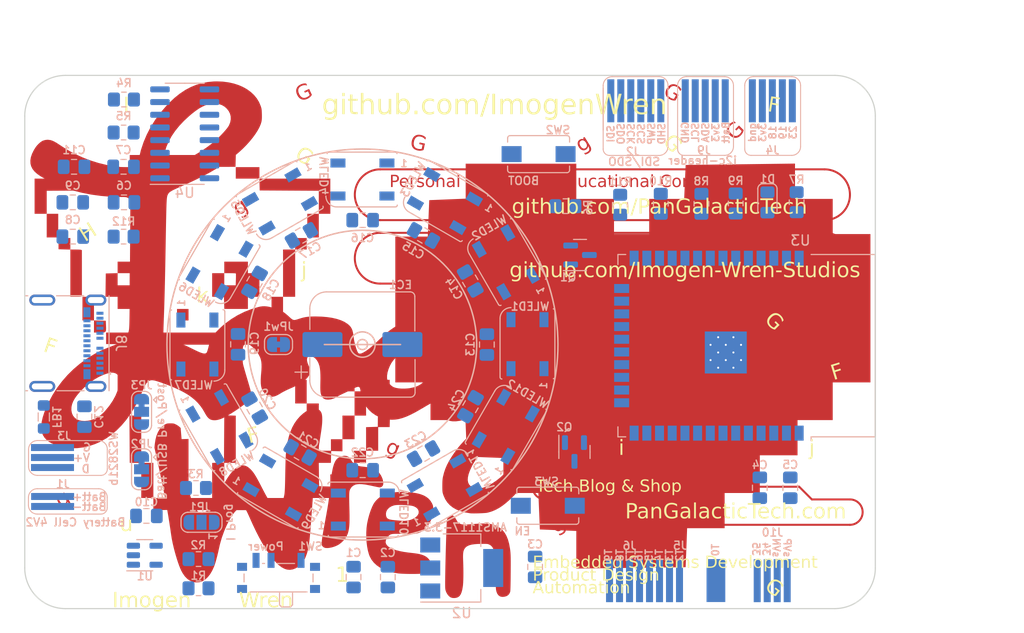
<source format=kicad_pcb>
(kicad_pcb (version 20221018) (generator pcbnew)
  (layers (0 "F.Cu" signal) (31 "B.Cu" signal) (34 "B.Paste" user) (35 "F.Paste" user) (36 "B.SilkS" user "B.Silkscreen") (37 "F.SilkS" user "F.Silkscreen") (38 "B.Mask" user) (39 "F.Mask" user) (44 "Edge.Cuts" user))
  (net 0 "")
  (net 1 "GNDPWR")
  (net 2 "/BATTERY_POWER_BUS")
  (net 3 "GND")
  (net 4 "/ESP32/3V3_BUS")
  (net 5 "/ESP32/USB ESP32 CH340 Interface /ESP_EN")
  (net 6 "/ESP32/MCU_5V_BUS")
  (net 7 "Net-(U4-V3)")
  (net 8 "Net-(C8-Pad1)")
  (net 9 "/USB/D+")
  (net 10 "/USB_POWER")
  (net 11 "/USB/D-")
  (net 12 "/WS2812b LEDs/5V_IN")
  (net 13 "Net-(D1-K)")
  (net 14 "23")
  (net 15 "Net-(U3-SDI{slash}SD1)")
  (net 16 "Net-(U3-SDO{slash}SD0)")
  (net 17 "Net-(U3-SCK{slash}CLK)")
  (net 18 "Net-(U3-SCS{slash}CMD)")
  (net 19 "Net-(U3-SWP{slash}SD3)")
  (net 20 "Net-(U3-SHD{slash}SD2)")
  (net 21 "Net-(U3-GPIO4(T0))")
  (net 22 "Net-(U3-GPIO2(T2))")
  (net 23 "Net-(U3-GPIO15(T3))")
  (net 24 "Net-(U3-GPIO13(T4))")
  (net 25 "Net-(U3-GPIO12(T5))")
  (net 26 "Net-(U3-GPIO14(T6))")
  (net 27 "Net-(U3-GPIO27(T7))")
  (net 28 "Net-(U3-GPIO33(T8))")
  (net 29 "Net-(U3-GPIO32(T9))")
  (net 32 "Net-(J8-CC1)")
  (net 42 "Net-(JP1-A)")
  (net 43 "Net-(JP1-B)")
  (net 44 "/BATTERY_POWER")
  (net 45 "/WS2812b LEDs/DATA_IN")
  (net 46 "/WS2812b LEDs/DATA_OUT")
  (net 47 "Net-(Q1-B)")
  (net 48 "Net-(Q1-E)")
  (net 49 "/ESP32/USB ESP32 CH340 Interface /ESP_IO0")
  (net 50 "Net-(Q2-B)")
  (net 51 "Net-(Q2-E)")
  (net 52 "/CHARGE_INHIBIT")
  (net 53 "/ESP32/D-")
  (net 54 "/ESP32/D+")
  (net 55 "/ESP32/LED_DATA_OUT")
  (net 56 "SCL")
  (net 57 "SDA")
  (net 58 "/CHARGE_STATUS")
  (net 59 "18")
  (net 60 "Net-(U3-SENSOR_VP)")
  (net 61 "Net-(U3-SENSOR_VN)")
  (net 62 "Net-(U3-IO34)")
  (net 65 "/ESP32/SSERIAL_TX")
  (net 66 "/ESP32/SSERIAL_RX")
  (net 67 "Net-(U3-IO35)")
  (net 68 "19")
  (net 70 "/ESP32/USB ESP32 CH340 Interface /TxD_B")
  (net 71 "/ESP32/USB ESP32 CH340 Interface /RxD_B")
  (net 79 "Net-(WLED1-DOUT)")
  (net 80 "Net-(WLED2-DOUT)")
  (net 81 "Net-(WLED3-DOUT)")
  (net 82 "Net-(WLED4-DOUT)")
  (net 83 "Net-(WLED5-DOUT)")
  (net 84 "Net-(WLED6-DOUT)")
  (net 85 "Net-(WLED7-DOUT)")
  (net 86 "Net-(WLED8-DOUT)")
  (net 87 "Net-(WLED10-DIN)")
  (net 88 "Net-(WLED10-DOUT)")
  (net 89 "Net-(WLED11-DOUT)")
  (net 90 "Net-(JP3-C)")
  (net 92 "Net-(SW1-B)")
  (footprint "MountingHole:MountingHole_3.2mm_M3" (layer "F.Cu") (at 115.502296 71.832714)
    (fp_text reference "REF**" hide)
    (fp_text value "MountingHole_3.2mm_M3" hide)
  )
  (footprint "000_Graphics_Immo:8-bit-heart-2" (layer "F.Cu") (at 172.72 96.52)
    (fp_text reference "G***" hide)
    (fp_text value "LOGO" hide)
  )
  (footprint "000_Graphics_Immo:cu_heart" (layer "F.Cu") (at 171.45 74.93)
    (fp_text reference "REF**" hide)
    (fp_text value "cu_heart" hide)
  )
  (footprint "000_Modules_Immo:CreditCard" (layer "F.Cu") (at 152.4 94.107)
    (fp_text reference "REF**" hide)
    (fp_text value "CreditCard" hide)
    (fp_line (start -40.640003 23.241003) (end -40.640003 -21.971003) (stroke (width 0.12)) (layer "Edge.Cuts"))
    (fp_line (start -36.576003 -26.035003) (end 40.386 -26.034998) (stroke (width 0.12)) (layer "Edge.Cuts"))
    (fp_line (start -36.576003 27.305003) (end 40.386002 27.305002) (stroke (width 0.12)) (layer "Edge.Cuts"))
    (fp_line (start 44.450002 23.241002) (end 44.45 -21.970998) (stroke (width 0.12)) (layer "Edge.Cuts"))
    (fp_arc (start -40.640003 -21.971003) (mid -39.449684 -24.844684) (end -36.576003 -26.035003) (stroke (width 0.12)) (layer "Edge.Cuts"))
    (fp_arc (start -36.576003 27.305003) (mid -39.449684 26.114684) (end -40.640003 23.241003) (stroke (width 0.12)) (layer "Edge.Cuts"))
    (fp_arc (start 40.386 -26.034998) (mid 43.259681 -24.84468) (end 44.45 -21.970998) (stroke (width 0.12)) (layer "Edge.Cuts"))
    (fp_arc (start 44.450002 23.241002) (mid 43.259683 26.114683) (end 40.386002 27.305002) (stroke (width 0.12)) (layer "Edge.Cuts"))
  )
  (footprint "000_Graphics_Immo:cat-one-cu" (layer "F.Cu") (at 130.81 93.98)
    (fp_text reference "G***" hide)
    (fp_text value "LOGO" hide)
  )
  (footprint "MountingHole:MountingHole_3.2mm_M3" (layer "F.Cu") (at 193.04 71.755)
    (fp_text reference "REF**" hide)
    (fp_text value "MountingHole_3.2mm_M3" hide)
  )
  (footprint "000_Graphics_Immo:ImogenWren70_Cu" (layer "F.Cu") (at 147.32 95.25)
    (fp_text reference "G***" hide)
    (fp_text value "LOGO" hide)
  )
  (footprint "MountingHole:MountingHole_3.2mm_M3" (layer "F.Cu") (at 193.04 117.475)
    (fp_text reference "REF**" hide)
    (fp_text value "MountingHole_3.2mm_M3" hide)
  )
  (footprint "MountingHole:MountingHole_3.2mm_M3" (layer "F.Cu") (at 115.57 117.475)
    (fp_text reference "REF**" hide)
    (fp_text value "MountingHole_3.2mm_M3" hide)
  )
  (footprint "Capacitor_SMD:C_0805_2012Metric_Pad1.18x1.45mm_HandSolder" (layer "B.Cu") (at 188.341 109.3255 -90)
    (fp_text reference "C5")
    (fp_text value "100n")
  )
  (footprint "000_Modules_Immo:LED_WS2812B_PLCC4_5.0x5.0mm_P3.2mm" (layer "B.Cu") (at 145.541 78.487 180)
    (fp_text reference "WLED4")
    (fp_text value "WS2812B")
  )
  (footprint "Inductor_SMD:L_0805_2012Metric_Pad1.05x1.20mm_HandSolder" (layer "B.Cu") (at 113.665 102.242 -90)
    (fp_text reference "FB1")
    (fp_text value "FerriteBead")
  )
  (footprint "000_Diodes_Immo:LED_0805_2012_Kawaii" (layer "B.Cu") (at 186.055 80.781 -90)
    (fp_text reference "D1")
    (fp_text value "Blue")
  )
  (footprint "Capacitor_SMD:C_0805_2012Metric_Pad1.18x1.45mm_HandSolder" (layer "B.Cu") (at 116.5645 80.772 180)
    (fp_text reference "C9")
    (fp_text value "47p")
  )
  (footprint "Package_SO:SOIC-16_3.9x9.9mm_P1.27mm" (layer "B.Cu") (at 127.762 73.914)
    (fp_text reference "U4")
    (fp_text value "CH340C")
  )
  (footprint "Jumper:SolderJumper-3_P1.3mm_Bridged12_RoundedPad1.0x1.5mm" (layer "B.Cu") (at 123.444 107.472 -90)
    (fp_text reference "JP2")
    (fp_text value "Batt/USB")
  )
  (footprint "Jumper:SolderJumper-3_P1.3mm_Open_RoundedPad1.0x1.5mm_NumberLabels" (layer "B.Cu") (at 129.443 112.776 180)
    (fp_text reference "JP1")
    (fp_text value "I Prog")
  )
  (footprint "000_Modules_Immo:LED_WS2812B_PLCC4_5.0x5.0mm_P3.2mm" (layer "B.Cu") (at 153.785734 80.639782 150)
    (fp_text reference "WLED3")
    (fp_text value "WS2812B")
  )
  (footprint "000-edge-connectors-immo:8-pin-edge-touch" (layer "B.Cu") (at 177.26 118.618 180)
    (fp_text reference "J6")
    (fp_text value "Touch Pins")
  )
  (footprint "Capacitor_SMD:C_0805_2012Metric_Pad1.18x1.45mm_HandSolder" (layer "B.Cu") (at 139.436499 84.08475 -150)
    (fp_text reference "C17")
    (fp_text value "100n")
  )
  (footprint "RF_Module:ESP32-WROOM-32" (layer "B.Cu") (at 180.98 95.11 90)
    (fp_text reference "U3")
    (fp_text value "ESP32-WROOM-32")
  )
  (footprint "Resistor_SMD:R_0805_2012Metric_Pad1.20x1.40mm_HandSolder" (layer "B.Cu") (at 129.143 116.459)
    (fp_text reference "R2")
    (fp_text value "10k")
  )
  (footprint "Capacitor_SMD:C_0805_2012Metric_Pad1.18x1.45mm_HandSolder" (layer "B.Cu") (at 145.5635 107.569)
    (fp_text reference "C22")
    (fp_text value "100n")
  )
  (footprint "Resistor_SMD:R_0805_2012Metric_Pad1.20x1.40mm_HandSolder" (layer "B.Cu") (at 121.65 73.787 180)
    (fp_text reference "R5")
    (fp_text value "27r")
  )
  (footprint "Capacitor_SMD:C_0805_2012Metric_Pad1.18x1.45mm_HandSolder" (layer "B.Cu") (at 156.32625 88.636499 120)
    (fp_text reference "C14")
    (fp_text value "100n")
  )
  (footprint "Resistor_SMD:R_0805_2012Metric_Pad1.20x1.40mm_HandSolder" (layer "B.Cu") (at 175.387 80.915 90)
    (fp_text reference "R10")
    (fp_text value "10k")
  )
  (footprint "Capacitor_SMD:C_0805_2012Metric_Pad1.18x1.45mm_HandSolder" (layer "B.Cu") (at 134.75775 101.355501 -60)
    (fp_text reference "C20")
    (fp_text value "100n")
  )
  (footprint "Capacitor_SMD:C_0805_2012Metric_Pad1.18x1.45mm_HandSolder" (layer "B.Cu") (at 123.9305 112.141 180)
    (fp_text reference "C10")
    (fp_text value "100n")
  )
  (footprint "Jumper:SolderJumper-2_P1.3mm_Bridged_RoundedPad1.0x1.5mm" (layer "B.Cu") (at 137.145 94.996 180)
    (fp_text reference "JPw1")
    (fp_text value "WL-power")
  )
  (footprint "000_Modules_Immo:LED_WS2812B_PLCC4_5.0x5.0mm_P3.2mm" (layer "B.Cu") (at 159.879942 86.767762 120)
    (fp_text reference "WLED2")
    (fp_text value "WS2812B")
  )
  (footprint "000_Modules_Immo:LED_WS2812B_PLCC4_5.0x5.0mm_P3.2mm" (layer "B.Cu") (at 159.879942 103.224238 60)
    (fp_text reference "WLED12")
    (fp_text value "WS2812B")
  )
  (footprint "Capacitor_SMD:C_0805_2012Metric_Pad1.18x1.45mm_HandSolder" (layer "B.Cu") (at 162.814 117.2425 90)
    (fp_text reference "C3")
    (fp_text value "100n")
  )
  (footprint "000-edge-connectors-immo:5-pin-edge-touch" (layer "B.Cu") (at 177.832 70.612)
    (fp_text reference "J9")
    (fp_text value "i2c-header")
  )
  (footprint "Capacitor_SMD:C_0805_2012Metric_Pad1.18x1.45mm_HandSolder" (layer "B.Cu") (at 148.082 118.2585 -90)
    (fp_text reference "C2")
    (fp_text value "100n")
  )
  (footprint "000-edge-connectors-immo:2-pin-edge" (layer "B.Cu") (at 114.548 111.195 90)
    (fp_text reference "J1")
    (fp_text value "Battery Cell 4V2")
  )
  (footprint "Jumper:SolderJumper-3_P1.3mm_Bridged12_RoundedPad1.0x1.5mm" (layer "B.Cu") (at 123.444 101.727 -90)
    (fp_text reference "JP3")
    (fp_text value "Pre/Post")
  )
  (footprint "Connector_USB:USB_C_Receptacle_Molex_105450-0101" (layer "B.Cu") (at 116.067 94.867 90)
    (fp_text reference "J8")
    (fp_text value "USB_C_Receptacle")
  )
  (footprint "Capacitor_SMD:C_0805_2012Metric_Pad1.18x1.45mm_HandSolder" (layer "B.Cu") (at 144.653 118.2585 -90)
    (fp_text reference "C1")
    (fp_text value "100n")
  )
  (footprint "000-edge-connectors-immo:3-pin-edge" (layer "B.Cu") (at 114.5353 107.299 90)
    (fp_text reference "J3")
    (fp_text value "WS2821b")
  )
  (footprint "Capacitor_SMD:C_0805_2012Metric_Pad1.18x1.45mm_HandSolder" (layer "B.Cu") (at 116.5645 84.201 180)
    (fp_text reference "C8")
    (fp_text value "10n")
  )
  (footprint "000_Modules_Immo:LED_WS2812B_PLCC4_5.0x5.0mm_P3.2mm" (layer "B.Cu") (at 131.239687 103.251 -60)
    (fp_text reference "WLED8")
    (fp_text value "WS2812B")
  )
  (footprint "Resistor_SMD:R_0805_2012Metric_Pad1.20x1.40mm_HandSolder" (layer "B.Cu") (at 121.65 84.201)
    (fp_text reference "R12")
    (fp_text value "5k2")
  )
  (footprint "Package_TO_SOT_SMD:SOT-223-3_TabPin2" (layer "B.Cu") (at 155.473 117.348)
    (fp_text reference "U2")
    (fp_text value "AMS1117-3.3")
  )
  (footprint "Capacitor_SMD:C_0805_2012Metric_Pad1.18x1.45mm_HandSolder" (layer "B.Cu") (at 133.096 94.9745 -90)
    (fp_text reference "C19")
    (fp_text value "100n")
  )
  (footprint "Capacitor_SMD:C_0805_2012Metric_Pad1.18x1.45mm_HandSolder" (layer "B.Cu") (at 151.647501 84.08475 150)
    (fp_text reference "C15")
    (fp_text value "100n")
  )
  (footprint "Capacitor_SMD:C_0805_2012Metric_Pad1.18x1.45mm_HandSolder" (layer "B.Cu") (at 185.293 109.3255 -90)
    (fp_text reference "C4")
    (fp_text value "100n")
  )
  (footprint "000-edge-connectors-immo:4-pin-edge" (layer "B.Cu") (at 188.03329 118.618 180)
    (fp_text reference "J10")
    (fp_text value "ESPpin1-4")
  )
  (footprint "Resistor_SMD:R_0805_2012Metric_Pad1.20x1.40mm_HandSolder" (layer "B.Cu") (at 179.451 80.915 90)
    (fp_text reference "R8")
    (fp_text value "10k")
  )
  (footprint "Capacitor_SMD:C_0805_2012Metric_Pad1.18x1.45mm_HandSolder" (layer "B.Cu") (at 139.309499 105.78025 -30)
    (fp_text reference "C21")
    (fp_text value "100n")
  )
  (footprint "000_Capacitors_Immo:CP_Elec_10x10_kawaii" (layer "B.Cu") (at 145.542 94.996)
    (fp_text reference "EC1")
    (fp_text value "1000u")
  )
  (footprint "Package_TO_SOT_SMD:SOT-23" (layer "B.Cu") (at 166.751 105.7425 -90)
    (fp_text reference "Q2")
    (fp_text value "BC817")
  )
  (footprint "000_Switches_Immo:SW_SPDT_PCM12" (layer "B.Cu") (at 137.148 118.016 180)
    (fp_text reference "SW1")
    (fp_text value "SW_SPDT_small")
  )
  (footprint "Resistor_SMD:R_0805_2012Metric_Pad1.20x1.40mm_HandSolder" (layer "B.Cu") (at 128.889 109.347 180)
    (fp_text reference "R3")
    (fp_text value "4k7")
  )
  (footprint "000_Modules_Immo:LED_WS2812B_PLCC4_5.0x5.0mm_P3.2mm" (layer "B.Cu") (at 137.292282 80.684044 -150)
    (fp_text reference "WLED5")
    (fp_text value "WS2812B")
  )
  (footprint "000_Modules_Immo:LED_WS2812B_PLCC4_5.0x5.0mm_P3.2mm" (layer "B.Cu") (at 153.771238 109.296942 30)
    (fp_text reference "WLED11")
    (fp_text value "WS2812B")
  )
  (footprint "000_Modules_Immo:LED_WS2812B_PLCC4_5.0x5.0mm_P3.2mm" (layer "B.Cu") (at 129.031 94.996 -90)
    (fp_text reference "WLED7")
    (fp_text value "WS2812B")
  )
  (footprint "000_Modules_Immo:LED_WS2812B_PLCC4_5.0x5.0mm_P3.2mm" (layer "B.Cu") (at 137.348592 109.301923 -30)
    (fp_text reference "WLED9")
    (fp_text value "WS2812B")
  )
  (footprint "Capacitor_SMD:C_0805_2012Metric_Pad1.18x1.45mm_HandSolder" (layer "B.Cu") (at 156.34775 101.209499 60)
    (fp_text reference "C24")
    (fp_text value "100n")
  )
  (footprint "Button_Switch_SMD:SW_SPST_EVQPE1" (layer "B.Cu") (at 164.084 111.125 180)
    (fp_text reference "SW3")
    (fp_text value "EN")
  )
  (footprint "Capacitor_SMD:C_0805_2012Metric_Pad1.18x1.45mm_HandSolder" (layer "B.Cu") (at 151.647501 105.90725 30)
    (fp_text reference "C23")
    (fp_text value "100n")
  )
  (footprint "000_Modules_Immo:LED_WS2812B_PLCC4_5.0x5.0mm_P3.2mm" (layer "B.Cu") (at 131.241058 86.751753 -120)
    (fp_text reference "WLED6")
    (fp_text value "WS2812B")
  )
  (footprint "Resistor_SMD:R_0805_2012Metric_Pad1.20x1.40mm_HandSolder" (layer "B.Cu") (at 129.143 119.38)
    (fp_text reference "R1")
    (fp_text value "10k")
  )
  (footprint "Button_Switch_SMD:SW_SPST_EVQPE1" (layer "B.Cu") (at 163.162 75.946 180)
    (fp_text reference "SW2")
    (fp_text value "BOOT")
  )
  (footprint "Package_TO_SOT_SMD:SOT-23" (layer "B.Cu") (at 167.3075 86.04)
    (fp_text reference "Q1")
    (fp_text value "BC817")
  )
  (footprint "000-edge-connectors-immo:5-pin-edge-touch" (layer "B.Cu") (at 184.547 70.612)
    (fp_text reference "J4")
    (fp_text value "ESP-gpio-B")
  )
  (footprint "Capacitor_SMD:C_0805_2012Metric_Pad1.18x1.45mm_HandSolder" (layer "B.Cu") (at 134.747 88.773 -120)
    (fp_text reference "C18")
    (fp_text value "100n")
  )
  (footprint "Resistor_SMD:R_0805_2012Metric_Pad1.20x1.40mm_HandSolder" (layer "B.Cu") (at 165.846 81.153)
    (fp_text reference "R6")
    (fp_text value "470r")
  )
  (footprint "Capacitor_SMD:C_0805_2012Metric_Pad1.18x1.45mm_HandSolder" (layer "B.Cu") (at 121.6875 80.772 180)
    (fp_text reference "C6")
    (fp_text value "100n")
  )
  (footprint "Capacitor_SMD:C_0805_2012Metric_Pad1.18x1.45mm_HandSolder" (layer "B.Cu") (at 157.988 94.996 90)
    (fp_text reference "C13")
    (fp_text value "100n")
  )
  (footprint "000_Modules_Immo:LED_WS2812B_PLCC4_5.0x5.0mm_P3.2mm" (layer "B.Cu") (at 162.051 94.959 90)
    (fp_text reference "WLED1")
    (fp_text value "WS2812B")
  )
  (footprint "Capacitor_SMD:C_0805_2012Metric_Pad1.18x1.45mm_HandSolder" (layer "B.Cu") (at 121.6445 77.216 180)
    (fp_text reference "C7")
    (fp_text value "100n")
  )
  (footprint "000-edge-connectors-immo:1-pin-edge-touch-xl" (layer "B.Cu") (at 181.4895 118.606 180)
    (fp_text reference "J5")
    (fp_text value "1-pin-edge-touch-XL")
  )
  (footprint "Capacitor_SMD:C_0805_2012Metric_Pad1.18x1.45mm_HandSolder" (layer "B.Cu") (at 116.6915 77.216 180)
    (fp_text reference "C11")
    (fp_text value "47p")
  )
  (footprint "Resistor_SMD:R_0805_2012Metric_Pad1.20x1.40mm_HandSolder" (layer "B.Cu") (at 188.976 80.756 -90)
    (fp_text reference "R7")
    (fp_text value "330r")
  )
  (footprint "Capacitor_SMD:C_0805_2012Metric_Pad1.18x1.45mm_HandSolder" (layer "B.Cu") (at 145.5635 82.55 180)
    (fp_text reference "C16")
    (fp_text value "100n")
  )
  (footprint "Capacitor_SMD:C_0805_2012Metric_Pad1.18x1.45mm_HandSolder" (layer "B.Cu") (at 117.729 102.2135 90)
    (fp_text reference "C12")
    (fp_text value "4n7")
  )
  (footprint "000_Modules_Immo:LED_WS2812B_PLCC4_5.0x5.0mm_P3.2mm" (layer "B.Cu") (at 145.579 111.505)
    (fp_text reference "WLED10")
    (fp_text value "WS2812B")
  )
  (footprint "Resistor_SMD:R_0805_2012Metric_Pad1.20x1.40mm_HandSolder" (layer "B.Cu") (at 171.323 81.01 -90)
    (fp_text reference "R11")
    (fp_text value "10k")
  )
  (footprint "000-edge-connectors-immo:6-pin-edge-touch" (layer "B.Cu") (at 170.387 70.612)
    (fp_text reference "J2")
    (fp_text value "SDI/SDO")
  )
  (footprint "Package_TO_SOT_SMD:SOT-23-5" (layer "B.Cu") (at 123.764 116.0725)
    (fp_text reference "U1")
    (fp_text value "MCP73831")
  )
  (footprint "Resistor_SMD:R_0805_2012Metric_Pad1.20x1.40mm_HandSolder" (layer "B.Cu") (at 121.682 70.485 180)
    (fp_text reference "R4")
    (fp_text value "27r")
  )
  (footprint "Resistor_SMD:R_0805_2012Metric_Pad1.20x1.40mm_HandSolder" (layer "B.Cu") (at 182.88 80.883 90)
    (fp_text reference "R9")
    (fp_text value "10k")
  )
  (gr_line (start 179.07 107.95) (end 180.34 109.22) (stroke (width 0.2)) (layer "F.Cu"))
  (gr_arc (start 147.32 88.9) (mid 144.78 86.36) (end 147.32 83.82) (stroke (width 0.2)) (layer "F.Cu"))
  (gr_line (start 189.23 109.22) (end 190.5 110.49) (stroke (width 0.2)) (layer "F.Cu"))
  (gr_line (start 168.91 113.03) (end 194.31 113.03) (stroke (width 0.2)) (layer "F.Cu"))
  (gr_line (start 147.32 82.55) (end 191.77 82.55) (stroke (width 0.2)) (layer "F.Cu"))
  (gr_line (start 166.37 110.49) (end 168.91 113.03) (stroke (width 0.2)) (layer "F.Cu"))
  (gr_line (start 163.83 107.95) (end 179.07 107.95) (stroke (width 0.2)) (layer "F.Cu"))
  (gr_line (start 163.83 110.49) (end 166.37 110.49) (stroke (width 0.2)) (layer "F.Cu"))
  (gr_line (start 147.32 88.9) (end 191.77 88.9) (stroke (width 0.2)) (layer "F.Cu"))
  (gr_line (start 147.32 77.47) (end 191.77 77.47) (stroke (width 0.2)) (layer "F.Cu"))
  (gr_arc (start 163.83 110.49) (mid 162.931974 110.118026) (end 162.56 109.22) (stroke (width 0.2)) (layer "F.Cu"))
  (gr_line (start 180.34 109.22) (end 189.23 109.22) (stroke (width 0.2)) (layer "F.Cu"))
  (gr_line (start 190.5 110.49) (end 194.31 110.49) (stroke (width 0.2)) (layer "F.Cu"))
  (gr_arc (start 162.56 109.22) (mid 162.931974 108.321974) (end 163.83 107.95) (stroke (width 0.2)) (layer "F.Cu"))
  (gr_arc (start 191.77 77.47) (mid 194.31 80.01) (end 191.77 82.55) (stroke (width 0.2)) (layer "F.Cu"))
  (gr_arc (start 147.32 82.55) (mid 144.78 80.01) (end 147.32 77.47) (stroke (width 0.2)) (layer "F.Cu"))
  (gr_arc (start 191.77 83.82) (mid 194.31 86.36) (end 191.77 88.9) (stroke (width 0.2)) (layer "F.Cu"))
  (gr_line (start 147.32 83.82) (end 191.77 83.82) (stroke (width 0.2)) (layer "F.Cu"))
  (gr_arc (start 194.31 110.49) (mid 195.58 111.76) (end 194.31 113.03) (stroke (width 0.2)) (layer "F.Cu"))
  (gr_circle (center 145.542 94.996) (end 145.542 96.266) (stroke (width 0.15)) (fill none) (layer "B.SilkS"))
  (gr_circle (center 145.542 94.996) (end 145.415 114.554) (stroke (width 0.15)) (fill none) (layer "B.SilkS"))
  (gr_circle (center 145.542 94.996) (end 145.542 106.426) (stroke (width 0.15)) (fill none) (layer "B.SilkS"))
  (gr_circle (center 145.542 94.996) (end 146.05 94.996) (stroke (width 0.15)) (fill none) (layer "B.SilkS"))
  (gr_line (start 149.352 94.996) (end 141.732 94.996) (stroke (width 0.15)) (layer "B.SilkS"))
  (gr_text "G" (at 139.7 69.85 25) (layer "F.Cu") (effects (font (size 1.5 1.5) (thickness 0.3))))
  (gr_text "o" (at 169.545 111.76) (layer "F.Cu") (effects (font (size 1.5 1.5) (thickness 0.3))))
  (gr_text "g" (at 133.35 81.28 32) (layer "F.Cu") (effects (font (size 1.5 1.5) (thickness 0.3))))
  (gr_text "g" (at 115.57 110.49 32) (layer "F.Cu") (effects (font (size 1.5 1.5) (thickness 0.3))))
  (gr_text "Digital & Analog Audio Projects" (at 162.56 85.09) (layer "F.Cu") (effects (font (size 1.2 1.2) (thickness 0.3))))
  (gr_text "g" (at 167.64 74.93 32) (layer "F.Cu") (effects (font (size 1.5 1.5) (thickness 0.3))))
  (gr_text "g" (at 148.59 105.41 337) (layer "F.Cu") (effects (font (size 1.5 1.5) (thickness 0.3))))
  (gr_text "G" (at 151.13 74.93 348) (layer "F.Cu") (effects (font (size 1.5 1.5) (thickness 0.3))))
  (gr_text "Personal Projects & Educational Content" (at 165.1 78.74) (layer "F.Cu") (effects (font (size 1.2 1.2) (thickness 0.3))))
  (gr_text "g" (at 182.88 105.41 344) (layer "F.Cu") (effects (font (size 1.5 1.5) (thickness 0.3))))
  (gr_text "G" (at 176.53 69.85 330) (layer "F.Cu") (effects (font (size 1.5 1.5) (thickness 0.3))))
  (gr_text "g" (at 165.1 113.03 32) (layer "F.Cu") (effects (font (size 1.5 1.5) (thickness 0.3))))
  (gr_text "G" (at 182.88 73.66 45) (layer "F.Cu") (effects (font (size 1.5 1.5) (thickness 0.3))))
  (gr_text "Imogen" (at 124.46 120.65) (layer "F.SilkS") (effects (font (size 1.5 1.5) (thickness 0.3))))
  (gr_text "G" (at 186.69 92.71 315) (layer "F.SilkS") (effects (font (size 1.5 1.5) (thickness 0.3))))
  (gr_text "I" (at 121.92 71.12) (layer "F.SilkS") (effects (font (size 1.5 1.5) (thickness 0.3))))
  (gr_text "F" (at 193.04 97.79 17) (layer "F.SilkS") (effects (font (size 1.5 1.5) (thickness 0.3))))
  (gr_text "1" (at 143.51 118.11) (layer "F.SilkS") (effects (font (size 1.5 1.5) (thickness 0.3))))
  (gr_text "G" (at 176.53 74.93 -47) (layer "F.SilkS") (effects (font (size 1.5 1.5) (thickness 0.3))))
  (gr_text "github.com/PanGalacticTech" (at 175.26 81.28) (layer "F.SilkS") (effects (font (size 1.5 1.5) (thickness 0.3))))
  (gr_text "G" (at 186.69 119.38 323) (layer "F.SilkS") (effects (font (size 1.5 1.5) (thickness 0.3))))
  (gr_text "H" (at 118.11 83.82 32) (layer "F.SilkS") (effects (font (size 1.5 1.5) (thickness 0.3))))
  (gr_text "PanGalacticTech.com" (at 182.88 111.76) (layer "F.SilkS") (effects (font (size 1.5 1.5) (thickness 0.3))))
  (gr_text "github.com/Imogen-Wren-Studios" (at 177.8 87.63) (layer "F.SilkS") (effects (font (size 1.5 1.5) (thickness 0.3))))
  (gr_text "k" (at 129.54 90.17) (layer "F.SilkS") (effects (font (size 1.5 1.5) (thickness 0.3))))
  (gr_text "u" (at 121.92 113.03) (layer "F.SilkS") (effects (font (size 1.5 1.5) (thickness 0.3))))
  (gr_text "j" (at 190.5 105.41) (layer "F.SilkS") (effects (font (size 1.5 1.5) (thickness 0.3))))
  (gr_text "Tech Blog & Shop" (at 170.18 109.22) (layer "F.SilkS") (effects (font (size 1.2 1.2) (thickness 0.3))))
  (gr_text "Automation" (at 162.56 119.38) (layer "F.SilkS") (effects (font (size 1.2 1.2) (thickness 0.3)) (justify left)))
  (gr_text "F" (at 186.69 71.12 351) (layer "F.SilkS") (effects (font (size 1.5 1.5) (thickness 0.3))))
  (gr_text "F" (at 114.3 95.25 341) (layer "F.SilkS") (effects (font (size 1.5 1.5) (thickness 0.3))))
  (gr_text "Embedded Systems Development" (at 162.56 116.84) (layer "F.SilkS") (effects (font (size 1.2 1.2) (thickness 0.3)) (justify left)))
  (gr_text "j" (at 139.7 87.63) (layer "F.SilkS") (effects (font (size 1.5 1.5) (thickness 0.3))))
  (gr_text "github.com/ImogenWren" (at 158.75 71.12) (layer "F.SilkS") (effects (font (size 2 2) (thickness 0.3))))
  (gr_text "Product Design" (at 162.56 118.11) (layer "F.SilkS") (effects (font (size 1.2 1.2) (thickness 0.3)) (justify left)))
  (gr_text "F" (at 134.62 104.14 13) (layer "F.SilkS") (effects (font (size 1.5 1.5) (thickness 0.3))))
  (gr_text "i" (at 171.45 105.41) (layer "F.SilkS") (effects (font (size 1.5 1.5) (thickness 0.3))))
  (gr_text "Wren" (at 135.89 120.65) (layer "F.SilkS") (effects (font (size 1.5 1.5) (thickness 0.3))))
  (gr_text "G" (at 139.7 76.2 328) (layer "F.SilkS") (effects (font (size 1.5 1.5) (thickness 0.3))))
)
</source>
